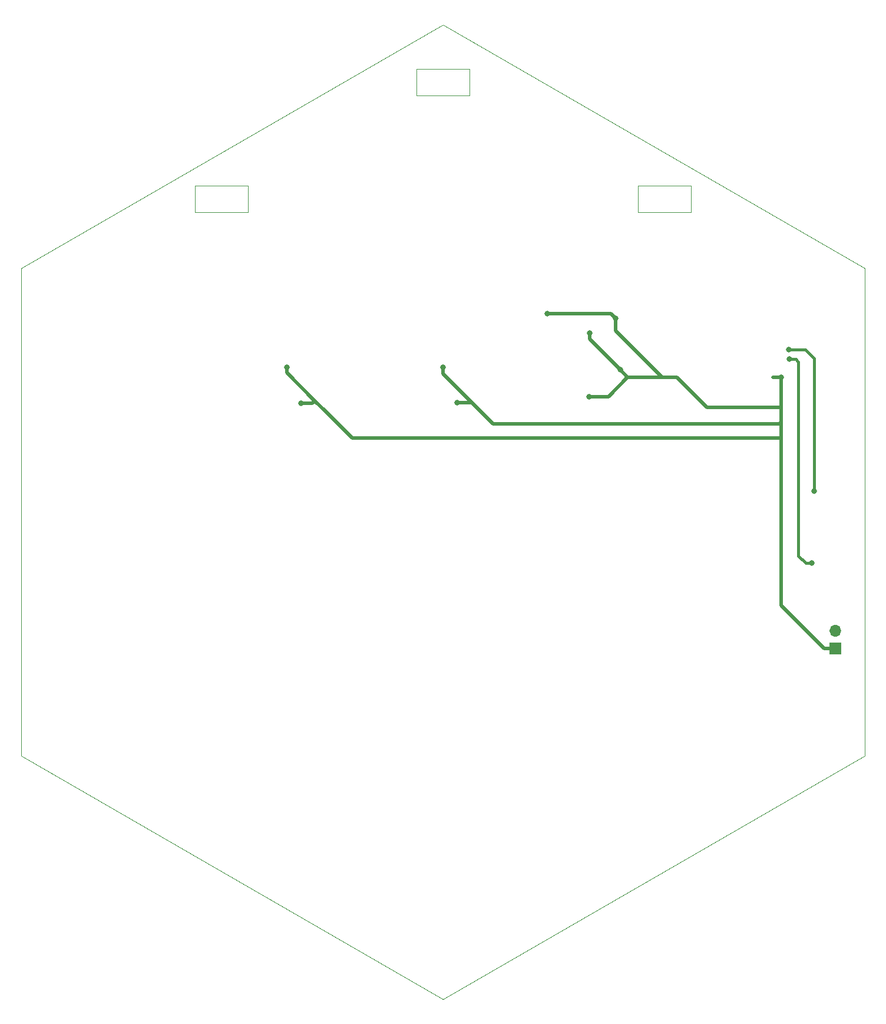
<source format=gbr>
G04 #@! TF.GenerationSoftware,KiCad,Pcbnew,(5.1.9)-1*
G04 #@! TF.CreationDate,2021-03-09T11:18:01-06:00*
G04 #@! TF.ProjectId,altbier_pcb_3d6,616c7462-6965-4725-9f70-63625f336436,2*
G04 #@! TF.SameCoordinates,Original*
G04 #@! TF.FileFunction,Copper,L2,Bot*
G04 #@! TF.FilePolarity,Positive*
%FSLAX46Y46*%
G04 Gerber Fmt 4.6, Leading zero omitted, Abs format (unit mm)*
G04 Created by KiCad (PCBNEW (5.1.9)-1) date 2021-03-09 11:18:01*
%MOMM*%
%LPD*%
G01*
G04 APERTURE LIST*
G04 #@! TA.AperFunction,Profile*
%ADD10C,0.100000*%
G04 #@! TD*
G04 #@! TA.AperFunction,Profile*
%ADD11C,0.050000*%
G04 #@! TD*
G04 #@! TA.AperFunction,ComponentPad*
%ADD12R,1.700000X1.700000*%
G04 #@! TD*
G04 #@! TA.AperFunction,ComponentPad*
%ADD13O,1.700000X1.700000*%
G04 #@! TD*
G04 #@! TA.AperFunction,ViaPad*
%ADD14C,0.800000*%
G04 #@! TD*
G04 #@! TA.AperFunction,Conductor*
%ADD15C,0.400000*%
G04 #@! TD*
G04 #@! TA.AperFunction,Conductor*
%ADD16C,0.500000*%
G04 #@! TD*
G04 APERTURE END LIST*
D10*
X111714600Y-49796200D02*
X111714600Y-45986200D01*
X119334600Y-49796200D02*
X111714600Y-49796200D01*
X111714600Y-45986200D02*
X119334600Y-45986200D01*
X119334600Y-45986200D02*
X119334600Y-49796200D01*
X175384600Y-49796200D02*
X175384600Y-45986200D01*
X183004600Y-49796200D02*
X175384600Y-49796200D01*
X175384600Y-45986200D02*
X183004600Y-45986200D01*
X183004600Y-45986200D02*
X183004600Y-49796200D01*
X151154600Y-29286200D02*
X151154600Y-33096200D01*
X143534600Y-29286200D02*
X151154600Y-29286200D01*
X143534600Y-33096200D02*
X143534600Y-29286200D01*
X151154600Y-33096200D02*
X143534600Y-33096200D01*
D11*
X86741000Y-57889000D02*
X147362778Y-22889000D01*
X147362778Y-162889000D02*
X207984556Y-127889000D01*
X207984556Y-57889000D02*
X147362778Y-22889000D01*
X147362778Y-162889000D02*
X86741000Y-127889000D01*
X86741000Y-57889000D02*
X86741000Y-127889000D01*
X207984556Y-57889000D02*
X207984556Y-127889000D01*
D12*
G04 #@! TO.P,J2,1*
G04 #@! TO.N,GND*
X203708000Y-112522000D03*
D13*
G04 #@! TO.P,J2,2*
G04 #@! TO.N,BAT-PWR*
X203708000Y-109982000D03*
G04 #@! TD*
D14*
G04 #@! TO.N,V33*
X197078600Y-69570600D03*
X200660000Y-89916000D03*
G04 #@! TO.N,GND*
X195961000Y-73533000D03*
X147345400Y-72059800D03*
X149402800Y-77139800D03*
X124917200Y-72110600D03*
X126923800Y-77266800D03*
X172821600Y-72466200D03*
X168325800Y-76301600D03*
X172142000Y-65043200D03*
X168402000Y-67208400D03*
X162331400Y-64414400D03*
G04 #@! TO.N,VCC*
X200329800Y-100203000D03*
X197101700Y-70944500D03*
G04 #@! TD*
D15*
G04 #@! TO.N,V33*
X200660000Y-89916000D02*
X200660000Y-70815200D01*
X199415400Y-69570600D02*
X197078600Y-69570600D01*
X200660000Y-70815200D02*
X199415400Y-69570600D01*
D16*
G04 #@! TO.N,GND*
X203708000Y-112522000D02*
X202158600Y-112522000D01*
X202158600Y-112522000D02*
X195961000Y-106324400D01*
X173888400Y-73533000D02*
X172821600Y-72466200D01*
X171119800Y-76301600D02*
X173888400Y-73533000D01*
X168325800Y-76301600D02*
X171119800Y-76301600D01*
X172142000Y-65043200D02*
X172142000Y-66859000D01*
X178816000Y-73533000D02*
X173888400Y-73533000D01*
X172142000Y-66859000D02*
X178816000Y-73533000D01*
X168402000Y-68046600D02*
X172821600Y-72466200D01*
X168402000Y-67208400D02*
X168402000Y-68046600D01*
X171513200Y-64414400D02*
X172142000Y-65043200D01*
X162331400Y-64414400D02*
X171513200Y-64414400D01*
X195961000Y-73533000D02*
X194792600Y-73533000D01*
X147345400Y-72059800D02*
X147345400Y-73025000D01*
X187198000Y-82296000D02*
X134340600Y-82296000D01*
X124917200Y-72110600D02*
X124917200Y-72872600D01*
X130683000Y-78638400D02*
X130045550Y-78000950D01*
X134340600Y-82296000D02*
X130683000Y-78638400D01*
X187198000Y-82296000D02*
X195961000Y-82296000D01*
X195961000Y-106324400D02*
X195961000Y-82296000D01*
X195707000Y-80238600D02*
X195961000Y-79984600D01*
X154559000Y-80238600D02*
X195707000Y-80238600D01*
X195961000Y-82296000D02*
X195961000Y-79984600D01*
X178816000Y-73533000D02*
X180949600Y-73533000D01*
X185242200Y-77825600D02*
X195961000Y-77825600D01*
X180949600Y-73533000D02*
X185242200Y-77825600D01*
X195961000Y-77825600D02*
X195961000Y-73533000D01*
X195961000Y-79984600D02*
X195961000Y-77825600D01*
X151460200Y-77139800D02*
X151511000Y-77190600D01*
X151511000Y-77190600D02*
X154559000Y-80238600D01*
X149402800Y-77139800D02*
X151460200Y-77139800D01*
X147345400Y-73025000D02*
X151511000Y-77190600D01*
X128549400Y-77266800D02*
X128930400Y-76885800D01*
X126923800Y-77266800D02*
X128549400Y-77266800D01*
X128930400Y-76885800D02*
X130683000Y-78638400D01*
X124917200Y-72872600D02*
X128930400Y-76885800D01*
D15*
G04 #@! TO.N,VCC*
X200329800Y-100203000D02*
X199466200Y-100203000D01*
X199466200Y-100203000D02*
X198424800Y-99161600D01*
X198036500Y-70944500D02*
X197101700Y-70944500D01*
X198424800Y-71332800D02*
X198036500Y-70944500D01*
X198424800Y-99161600D02*
X198424800Y-71332800D01*
G04 #@! TD*
M02*

</source>
